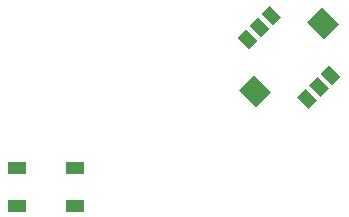
<source format=gbr>
G04 #@! TF.GenerationSoftware,KiCad,Pcbnew,(5.1.5)-3*
G04 #@! TF.CreationDate,2020-07-01T01:16:44-04:00*
G04 #@! TF.ProjectId,V0_Micro_Display,56305f4d-6963-4726-9f5f-446973706c61,rev?*
G04 #@! TF.SameCoordinates,Original*
G04 #@! TF.FileFunction,Paste,Top*
G04 #@! TF.FilePolarity,Positive*
%FSLAX46Y46*%
G04 Gerber Fmt 4.6, Leading zero omitted, Abs format (unit mm)*
G04 Created by KiCad (PCBNEW (5.1.5)-3) date 2020-07-01 01:16:44*
%MOMM*%
%LPD*%
G04 APERTURE LIST*
%ADD10C,0.100000*%
%ADD11R,1.500000X1.000000*%
G04 APERTURE END LIST*
D10*
G36*
X18222870Y3659278D02*
G01*
X18929976Y4366384D01*
X19884570Y3411790D01*
X19177464Y2704684D01*
X18222870Y3659278D01*
G37*
G36*
X16207616Y1644024D02*
G01*
X16914722Y2351130D01*
X17869316Y1396536D01*
X17162210Y689430D01*
X16207616Y1644024D01*
G37*
G36*
X17215243Y2651651D02*
G01*
X17922349Y3358757D01*
X18876943Y2404163D01*
X18169837Y1697057D01*
X17215243Y2651651D01*
G37*
G36*
X23932757Y-2651651D02*
G01*
X23225651Y-3358757D01*
X22271057Y-2404163D01*
X22978163Y-1697057D01*
X23932757Y-2651651D01*
G37*
G36*
X24940384Y-1644024D02*
G01*
X24233278Y-2351130D01*
X23278684Y-1396536D01*
X23985790Y-689430D01*
X24940384Y-1644024D01*
G37*
G36*
X22925130Y-3659278D02*
G01*
X22218024Y-4366384D01*
X21263430Y-3411790D01*
X21970536Y-2704684D01*
X22925130Y-3659278D01*
G37*
G36*
X22094279Y2934493D02*
G01*
X23367071Y4207285D01*
X24781285Y2793071D01*
X23508493Y1520279D01*
X22094279Y2934493D01*
G37*
G36*
X19053721Y-2934493D02*
G01*
X17780929Y-4207285D01*
X16366715Y-2793071D01*
X17639507Y-1520279D01*
X19053721Y-2934493D01*
G37*
D11*
X-2450000Y-9400000D03*
X-2450000Y-12600000D03*
X2450000Y-9400000D03*
X2450000Y-12600000D03*
M02*

</source>
